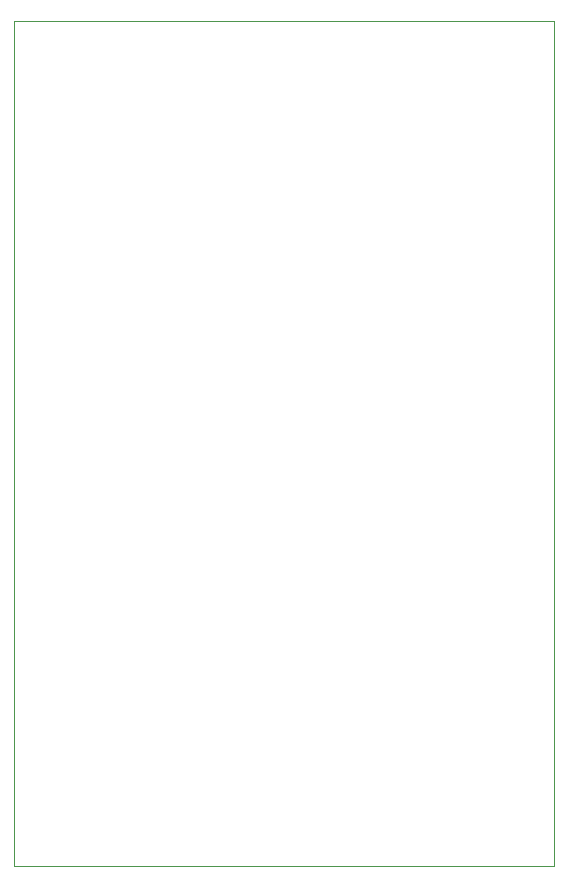
<source format=gm1>
%TF.GenerationSoftware,KiCad,Pcbnew,7.0.1*%
%TF.CreationDate,2023-06-05T22:57:51+02:00*%
%TF.ProjectId,AxisPCB-STM32F411,41786973-5043-4422-9d53-544d33324634,1*%
%TF.SameCoordinates,Original*%
%TF.FileFunction,Profile,NP*%
%FSLAX46Y46*%
G04 Gerber Fmt 4.6, Leading zero omitted, Abs format (unit mm)*
G04 Created by KiCad (PCBNEW 7.0.1) date 2023-06-05 22:57:51*
%MOMM*%
%LPD*%
G01*
G04 APERTURE LIST*
%TA.AperFunction,Profile*%
%ADD10C,0.038100*%
%TD*%
G04 APERTURE END LIST*
D10*
X114300000Y-25400000D02*
X160020000Y-25400000D01*
X160020000Y-96901000D01*
X114300000Y-96901000D01*
X114300000Y-25400000D01*
M02*

</source>
